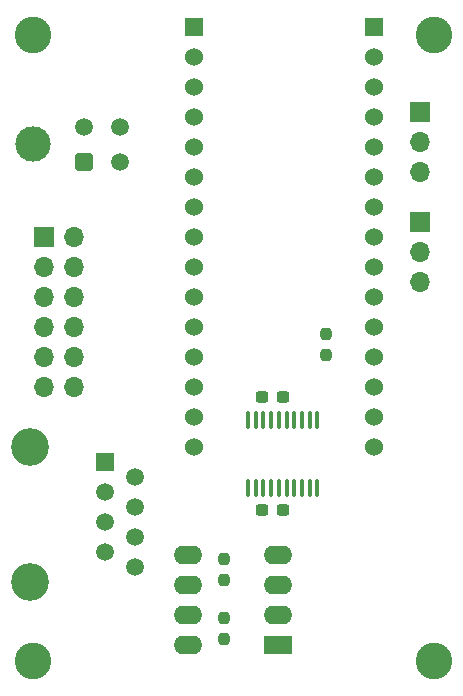
<source format=gbs>
G04 #@! TF.GenerationSoftware,KiCad,Pcbnew,6.0.7*
G04 #@! TF.CreationDate,2022-09-24T12:22:05-05:00*
G04 #@! TF.ProjectId,Penguinator-Glue-Board,50656e67-7569-46e6-9174-6f722d476c75,rev?*
G04 #@! TF.SameCoordinates,Original*
G04 #@! TF.FileFunction,Soldermask,Bot*
G04 #@! TF.FilePolarity,Negative*
%FSLAX46Y46*%
G04 Gerber Fmt 4.6, Leading zero omitted, Abs format (unit mm)*
G04 Created by KiCad (PCBNEW 6.0.7) date 2022-09-24 12:22:05*
%MOMM*%
%LPD*%
G01*
G04 APERTURE LIST*
G04 Aperture macros list*
%AMRoundRect*
0 Rectangle with rounded corners*
0 $1 Rounding radius*
0 $2 $3 $4 $5 $6 $7 $8 $9 X,Y pos of 4 corners*
0 Add a 4 corners polygon primitive as box body*
4,1,4,$2,$3,$4,$5,$6,$7,$8,$9,$2,$3,0*
0 Add four circle primitives for the rounded corners*
1,1,$1+$1,$2,$3*
1,1,$1+$1,$4,$5*
1,1,$1+$1,$6,$7*
1,1,$1+$1,$8,$9*
0 Add four rect primitives between the rounded corners*
20,1,$1+$1,$2,$3,$4,$5,0*
20,1,$1+$1,$4,$5,$6,$7,0*
20,1,$1+$1,$6,$7,$8,$9,0*
20,1,$1+$1,$8,$9,$2,$3,0*%
G04 Aperture macros list end*
%ADD10R,1.700000X1.700000*%
%ADD11O,1.700000X1.700000*%
%ADD12RoundRect,0.237500X0.237500X-0.250000X0.237500X0.250000X-0.237500X0.250000X-0.237500X-0.250000X0*%
%ADD13C,3.200000*%
%ADD14R,1.500000X1.500000*%
%ADD15C,1.500000*%
%ADD16R,2.400000X1.600000*%
%ADD17O,2.400000X1.600000*%
%ADD18C,3.100000*%
%ADD19C,3.000000*%
%ADD20RoundRect,0.250001X0.499999X-0.499999X0.499999X0.499999X-0.499999X0.499999X-0.499999X-0.499999X0*%
%ADD21R,1.530000X1.530000*%
%ADD22C,1.530000*%
%ADD23RoundRect,0.237500X-0.300000X-0.237500X0.300000X-0.237500X0.300000X0.237500X-0.300000X0.237500X0*%
%ADD24RoundRect,0.100000X-0.100000X0.637500X-0.100000X-0.637500X0.100000X-0.637500X0.100000X0.637500X0*%
G04 APERTURE END LIST*
D10*
X36250000Y-10050000D03*
D11*
X36250000Y-12590000D03*
X36250000Y-15130000D03*
D10*
X36225000Y-19300000D03*
D11*
X36225000Y-21840000D03*
X36225000Y-24380000D03*
D12*
X28300000Y-28787500D03*
X28300000Y-30612500D03*
D13*
X3200000Y-38330000D03*
X3200000Y-49760000D03*
D14*
X9550000Y-39600000D03*
D15*
X12090000Y-40870000D03*
X9550000Y-42140000D03*
X12090000Y-43410000D03*
X9550000Y-44680000D03*
X12090000Y-45950000D03*
X9550000Y-47220000D03*
X12090000Y-48490000D03*
D10*
X4425000Y-20550000D03*
D11*
X6965000Y-20550000D03*
X4425000Y-23090000D03*
X6965000Y-23090000D03*
X4425000Y-25630000D03*
X6965000Y-25630000D03*
X4425000Y-28170000D03*
X6965000Y-28170000D03*
X4425000Y-30710000D03*
X6965000Y-30710000D03*
X4425000Y-33250000D03*
X6965000Y-33250000D03*
D16*
X24175000Y-55100000D03*
D17*
X24175000Y-52560000D03*
X24175000Y-50020000D03*
X24175000Y-47480000D03*
X16555000Y-47480000D03*
X16555000Y-50020000D03*
X16555000Y-52560000D03*
X16555000Y-55100000D03*
D18*
X37400000Y-56500000D03*
X3500000Y-3500000D03*
X3500000Y-56500000D03*
X37400000Y-3500000D03*
D19*
X3480000Y-12750000D03*
D20*
X7800000Y-14250000D03*
D15*
X7800000Y-11250000D03*
X10800000Y-14250000D03*
X10800000Y-11250000D03*
D21*
X17130000Y-2785000D03*
D22*
X17130000Y-5325000D03*
X17130000Y-7865000D03*
X17130000Y-10405000D03*
X17130000Y-12945000D03*
X17130000Y-15485000D03*
X17130000Y-18025000D03*
X17130000Y-20565000D03*
X17130000Y-23105000D03*
X17130000Y-25645000D03*
X17130000Y-28185000D03*
X17130000Y-30725000D03*
X17130000Y-33265000D03*
X17130000Y-35805000D03*
X17130000Y-38345000D03*
X32370000Y-38345000D03*
X32370000Y-35805000D03*
X32370000Y-33265000D03*
X32370000Y-30725000D03*
X32370000Y-28185000D03*
X32370000Y-25645000D03*
X32370000Y-23105000D03*
X32370000Y-20565000D03*
X32370000Y-18025000D03*
X32370000Y-15485000D03*
X32370000Y-12945000D03*
X32370000Y-10405000D03*
X32370000Y-7865000D03*
X32370000Y-5325000D03*
D21*
X32370000Y-2785000D03*
D12*
X19650000Y-54662500D03*
X19650000Y-52837500D03*
D23*
X22887500Y-34100000D03*
X24612500Y-34100000D03*
D24*
X21675000Y-36087500D03*
X22325000Y-36087500D03*
X22975000Y-36087500D03*
X23625000Y-36087500D03*
X24275000Y-36087500D03*
X24925000Y-36087500D03*
X25575000Y-36087500D03*
X26225000Y-36087500D03*
X26875000Y-36087500D03*
X27525000Y-36087500D03*
X27525000Y-41812500D03*
X26875000Y-41812500D03*
X26225000Y-41812500D03*
X25575000Y-41812500D03*
X24925000Y-41812500D03*
X24275000Y-41812500D03*
X23625000Y-41812500D03*
X22975000Y-41812500D03*
X22325000Y-41812500D03*
X21675000Y-41812500D03*
D23*
X22887500Y-43700000D03*
X24612500Y-43700000D03*
D12*
X19650000Y-49662500D03*
X19650000Y-47837500D03*
M02*

</source>
